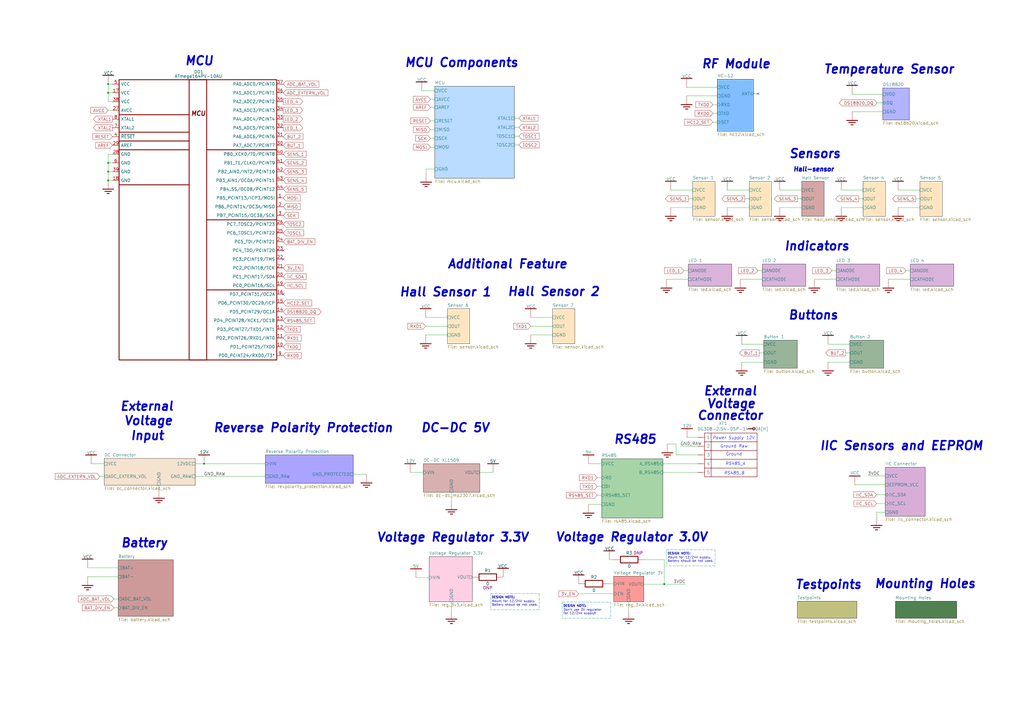
<source format=kicad_sch>
(kicad_sch (version 20211123) (generator eeschema)
  (paper "A2")
  (title_block (title "Remote Sensor") (date "2022-09-16") (comment 2 "Electrical Circuit"))
  (junction (at 385.318 338.836))
  (junction (at 62.738 104.648))
  (junction (at 62.738 94.488))
  (junction (at 62.738 48.768))
  (junction (at 62.738 99.568))
  (junction (at 118.364 268.986))
  (junction (at 62.738 53.848))
  (no_connect (at 164.338 145.288))
  (no_connect (at 164.338 150.368))
  (no_connect (at 164.338 170.688))
  (no_connect (at 439.674 54.356))
  (polyline (pts (xy 414.782 328.295) (xy 386.588 328.295)) (stroke (width 0) (color 0 132 132 1)))
  (wire (pts (xy 346.456 277.114) (xy 348.996 277.114)))
  (wire (pts (xy 356.108 324.612) (xy 353.441 324.612)))
  (wire (pts (xy 62.738 58.928) (xy 62.738 53.848)))
  (wire (pts (xy 341.376 292.608) (xy 348.996 292.608)))
  (wire (pts (xy 520.954 110.236) (xy 533.654 110.236)))
  (polyline (pts (xy 326.136 349.25) (xy 354.33 349.25)) (stroke (width 0) (color 0 132 132 1)))
  (wire (pts (xy 525.526 156.972) (xy 528.066 156.972)))
  (wire (pts (xy 252.222 57.658) (xy 249.682 57.658)))
  (wire (pts (xy 261.874 354.076) (xy 261.874 348.996)))
  (wire (pts (xy 261.874 290.576) (xy 261.874 285.496)))
  (wire (pts (xy 249.682 70.104) (xy 252.222 70.104)))
  (wire (pts (xy 432.054 115.316) (xy 434.594 115.316)))
  (wire (pts (xy 437.134 54.356) (xy 439.674 54.356)))
  (wire (pts (xy 118.364 268.986) (xy 153.924 268.986)))
  (wire (pts (xy 503.428 276.098) (xy 513.588 276.098)))
  (wire (pts (xy 341.376 268.986) (xy 348.996 268.986)))
  (wire (pts (xy 373.888 324.612) (xy 385.318 324.612)))
  (wire (pts (xy 392.176 263.906) (xy 404.876 263.906)))
  (polyline (pts (xy 312.801 344.297) (xy 312.801 353.695)) (stroke (width 0) (color 0 132 132 1)))
  (wire (pts (xy 62.738 94.488) (xy 65.278 94.488)))
  (wire (pts (xy 399.288 115.316) (xy 401.828 115.316)))
  (wire (pts (xy 413.512 70.866) (xy 416.052 70.866)))
  (wire (pts (xy 57.912 276.352) (xy 60.452 276.352)))
  (wire (pts (xy 389.128 110.236) (xy 401.828 110.236)))
  (wire (pts (xy 480.314 210.058) (xy 493.014 210.058)))
  (wire (pts (xy 508.508 292.1) (xy 513.588 292.1)))
  (wire (pts (xy 62.738 99.568) (xy 62.738 104.648)))
  (wire (pts (xy 246.888 184.15) (xy 259.588 184.15)))
  (wire (pts (xy 52.832 268.986) (xy 60.452 268.986)))
  (wire (pts (xy 508.508 297.18) (xy 508.508 299.72)))
  (wire (pts (xy 452.374 110.236) (xy 465.074 110.236)))
  (wire (pts (xy 249.682 85.344) (xy 252.222 85.344)))
  (wire (pts (xy 396.748 156.972) (xy 399.288 156.972)))
  (wire (pts (xy 244.602 52.578) (xy 252.222 52.578)))
  (wire (pts (xy 480.314 199.644) (xy 493.014 199.644)))
  (wire (pts (xy 241.3 335.026) (xy 248.92 335.026)))
  (wire (pts (xy 92.202 283.972) (xy 92.202 281.432)))
  (polyline (pts (xy 386.588 318.897) (xy 414.782 318.897)) (stroke (width 0) (color 0 132 132 1)))
  (wire (pts (xy 413.512 65.786) (xy 416.052 65.786)))
  (wire (pts (xy 62.738 89.408) (xy 62.738 94.488)))
  (wire (pts (xy 490.474 204.724) (xy 493.014 204.724)))
  (wire (pts (xy 384.556 268.986) (xy 404.876 268.986)))
  (wire (pts (xy 385.318 324.612) (xy 385.318 338.836)))
  (wire (pts (xy 307.848 194.31) (xy 320.548 194.31)))
  (wire (pts (xy 413.512 60.706) (xy 416.052 60.706)))
  (wire (pts (xy 62.738 53.848) (xy 62.738 48.768)))
  (wire (pts (xy 335.661 344.424) (xy 355.981 344.424)))
  (wire (pts (xy 498.094 115.316) (xy 500.634 115.316)))
  (wire (pts (xy 392.176 257.556) (xy 392.176 263.906)))
  (wire (pts (xy 452.374 120.396) (xy 465.074 120.396)))
  (wire (pts (xy 307.848 184.15) (xy 320.548 184.15)))
  (wire (pts (xy 62.738 94.488) (xy 62.738 99.568)))
  (wire (pts (xy 66.04 352.552) (xy 68.58 352.552)))
  (wire (pts (xy 398.272 50.546) (xy 416.052 50.546)))
  (wire (pts (xy 487.934 120.396) (xy 500.634 120.396)))
  (wire (pts (xy 298.45 78.994) (xy 300.99 78.994)))
  (wire (pts (xy 249.682 75.184) (xy 252.222 75.184)))
  (wire (pts (xy 389.128 120.396) (xy 401.828 120.396)))
  (polyline (pts (xy 284.607 344.297) (xy 312.801 344.297)) (stroke (width 0) (color 0 132 132 1)))
  (wire (pts (xy 249.682 80.264) (xy 252.222 80.264)))
  (wire (pts (xy 421.894 120.396) (xy 434.594 120.396)))
  (wire (pts (xy 298.45 68.58) (xy 300.99 68.58)))
  (wire (pts (xy 398.526 253.746) (xy 404.876 253.746)))
  (wire (pts (xy 50.8 329.438) (xy 68.58 329.438)))
  (wire (pts (xy 237.998 274.066) (xy 245.618 274.066)))
  (wire (pts (xy 487.934 110.236) (xy 500.634 110.236)))
  (wire (pts (xy 66.04 347.472) (xy 68.58 347.472)))
  (wire (pts (xy 494.284 54.61) (xy 512.064 54.61)))
  (wire (pts (xy 65.278 64.008) (xy 62.738 64.008)))
  (wire (pts (xy 398.272 55.626) (xy 416.052 55.626)))
  (wire (pts (xy 482.6 156.972) (xy 485.14 156.972)))
  (wire (pts (xy 62.738 99.568) (xy 65.278 99.568)))
  (wire (pts (xy 430.276 210.058) (xy 442.976 210.058)))
  (wire (pts (xy 62.738 48.768) (xy 65.278 48.768)))
  (wire (pts (xy 495.808 281.178) (xy 513.588 281.178)))
  (wire (pts (xy 62.738 89.408) (xy 65.278 89.408)))
  (wire (pts (xy 62.738 58.928) (xy 65.278 58.928)))
  (polyline (pts (xy 386.588 318.897) (xy 386.588 328.295)) (stroke (width 0) (color 0 132 132 1)))
  (polyline (pts (xy 312.801 353.695) (xy 284.607 353.695)) (stroke (width 0) (color 0 132 132 1)))
  (wire (pts (xy 533.654 115.316) (xy 531.114 115.316)))
  (wire (pts (xy 346.456 287.274) (xy 348.996 287.274)))
  (polyline (pts (xy 326.136 349.25) (xy 326.136 358.648)) (stroke (width 0) (color 0 132 132 1)))
  (wire (pts (xy 246.888 194.31) (xy 259.588 194.31)))
  (wire (pts (xy 278.384 274.066) (xy 286.004 274.066)))
  (wire (pts (xy 384.556 274.066) (xy 404.876 274.066)))
  (wire (pts (xy 204.978 275.082) (xy 212.598 275.082)))
  (wire (pts (xy 462.534 115.316) (xy 465.074 115.316)))
  (wire (pts (xy 346.456 282.194) (xy 348.996 282.194)))
  (wire (pts (xy 364.617 354.076) (xy 364.617 348.996)))
  (wire (pts (xy 113.284 268.986) (xy 118.364 268.986)))
  (wire (pts (xy 113.284 276.352) (xy 153.924 276.352)))
  (polyline (pts (xy 354.33 358.648) (xy 326.136 358.648)) (stroke (width 0) (color 0 132 132 1)))
  (wire (pts (xy 247.142 98.044) (xy 252.222 98.044)))
  (wire (pts (xy 50.8 334.518) (xy 68.58 334.518)))
  (wire (pts (xy 439.674 156.972) (xy 442.214 156.972)))
  (polyline (pts (xy 284.607 344.297) (xy 284.607 353.695)) (stroke (width 0) (color 0 132 132 1)))
  (wire (pts (xy 520.954 120.396) (xy 533.654 120.396)))
  (wire (pts (xy 508.762 59.69) (xy 512.064 59.69)))
  (wire (pts (xy 62.738 53.848) (xy 65.278 53.848)))
  (wire (pts (xy 513.588 297.18) (xy 508.508 297.18)))
  (wire (pts (xy 373.507 338.836) (xy 385.318 338.836)))
  (polyline (pts (xy 414.782 318.897) (xy 414.782 328.295)) (stroke (width 0) (color 0 132 132 1)))
  (wire (pts (xy 394.716 258.826) (xy 404.876 258.826)))
  (wire (pts (xy 385.318 338.836) (xy 397.637 338.836)))
  (wire (pts (xy 249.682 62.23) (xy 252.222 62.23)))
  (wire (pts (xy 494.284 64.77) (xy 512.064 64.77)))
  (wire (pts (xy 387.096 257.556) (xy 392.176 257.556)))
  (wire (pts (xy 472.44 162.052) (xy 485.14 162.052)))
  (wire (pts (xy 440.436 204.724) (xy 442.976 204.724)))
  (wire (pts (xy 353.441 338.582) (xy 355.981 338.582)))
  (wire (pts (xy 307.848 189.23) (xy 320.548 189.23)))
  (wire (pts (xy 298.45 73.914) (xy 300.99 73.914)))
  (wire (pts (xy 421.894 110.236) (xy 434.594 110.236)))
  (wire (pts (xy 515.366 162.052) (xy 528.066 162.052)))
  (wire (pts (xy 246.888 189.23) (xy 259.588 189.23)))
  (wire (pts (xy 62.738 104.648) (xy 65.278 104.648)))
  (wire (pts (xy 247.142 100.584) (xy 247.142 98.044)))
  (polyline (pts (xy 354.33 349.25) (xy 354.33 358.648)) (stroke (width 0) (color 0 132 132 1)))
  (wire (pts (xy 386.588 162.052) (xy 399.288 162.052)))
  (wire (pts (xy 429.514 162.052) (xy 442.214 162.052)))
  (wire (pts (xy 298.45 84.074) (xy 300.99 84.074)))
  (wire (pts (xy 430.276 199.644) (xy 442.976 199.644)))
  (wire (pts (xy 508.508 287.02) (xy 513.588 287.02)))
  (text "MCU Components" (at 234.442 39.37 0) (effects (font (size 5.0038 5.0038) (thickness 1.0008) bold italic) (justify left bottom)))
  (text "External" (at 69.342 238.76 0) (effects (font (size 5.0038 5.0038) (thickness 1.0008) bold italic) (justify left bottom)))
  (text "External" (at 407.797 229.87 0) (effects (font (size 5.0038 5.0038) (thickness 1.0008) bold italic) (justify left bottom)))
  (text "Don't use 3V regulator\nfor 12/24V supply!" (at 326.771 356.616 0) (effects (font (size 1.27 1.27)) (justify left bottom)))
  (text "Connector" (at 404.114 244.094 0) (effects (font (size 5.0038 5.0038) (thickness 1.0008) bold italic) (justify left bottom)))
  (text "Voltage Regulator 3.0V" (at 321.9449 314.579 0) (effects (font (size 5.0038 5.0038) (thickness 1.0008) bold italic) (justify left bottom)))
  (text "DESIGN NOTE:" (at 326.644 352.298 0) (effects (font (size 1.27 1.27) (thickness 0.254) bold) (justify left bottom)))
  (text "Hall Sensor 1" (at 231.394 172.466 0) (effects (font (size 5.0038 5.0038) (thickness 1.0008) bold italic) (justify left bottom)))
  (text "Voltage" (at 409.702 237.236 0) (effects (font (size 5.0038 5.0038) (thickness 1.0008) bold italic) (justify left bottom)))
  (text "Voltage Regulator 3.3V" (at 218.186 314.706 0) (effects (font (size 5.0038 5.0038) (thickness 1.0008) bold italic) (justify left bottom)))
  (text "RS485_A" (at 420.751 270.129 0) (effects (font (size 1.778 1.778) italic) (justify left bottom)))
  (text "DC-DC 5V" (at 243.84 251.206 0) (effects (font (size 5.0038 5.0038) (thickness 1.0008) bold italic) (justify left bottom)))
  (text "Hall Sensor 2" (at 294.132 172.212 0) (effects (font (size 5.0038 5.0038) (thickness 1.0008) bold italic) (justify left bottom)))
  (text "DESIGN NOTE:" (at 285.115 347.345 0) (effects (font (size 1.27 1.27) (thickness 0.254) bold) (justify left bottom)))
  (text "Mounting Holes" (at 506.984 341.63 0) (effects (font (size 5 5) (thickness 1.0008) bold italic) (justify left bottom)))
  (text "Indicators" (at 454.66 145.796 0) (effects (font (size 5 5) (thickness 1.0008) bold italic) (justify left bottom)))
  (text "RS485" (at 355.727 257.937 0) (effects (font (size 5.0038 5.0038) (thickness 1.0008) bold italic) (justify left bottom)))
  (text "Additional Feature" (at 259.334 156.21 0) (effects (font (size 5.0038 5.0038) (thickness 1.0008) bold italic) (justify left bottom)))
  (text "Testpoints" (at 461.01 342.138 0) (effects (font (size 5.0038 5.0038) (thickness 1.0008) bold italic) (justify left bottom)))
  (text "Battery" (at 69.85 318.008 0) (effects (font (size 5 5) (thickness 1.0008) bold italic) (justify left bottom)))
  (text "Voltage" (at 71.628 247.142 0) (effects (font (size 5.0038 5.0038) (thickness 1.0008) bold italic) (justify left bottom)))
  (text "Input" (at 75.438 255.778 0) (effects (font (size 5.0038 5.0038) (thickness 1.0008) bold italic) (justify left bottom)))
  (text "IIC Sensors and EEPROM" (at 475.234 261.62 0) (effects (font (size 5.0038 5.0038) (thickness 1.0008) bold italic) (justify left bottom)))
  (text "Hall-sensor" (at 459.994 99.822 0) (effects (font (size 2.54 2.54) (thickness 1.0008) bold italic) (justify left bottom)))
  (text "Reverse Polarity Protection" (at 123.444 251.206 0) (effects (font (size 5.0038 5.0038) (thickness 1.0008) bold italic) (justify left bottom)))
  (text "DESIGN NOTE:" (at 387.096 321.945 0) (effects (font (size 1.27 1.27) (thickness 0.254) bold) (justify left bottom)))
  (text "Mount for 12/24V supply.\nBattery shoud be not used." (at 285.242 351.663 0) (effects (font (size 1.27 1.27)) (justify left bottom)))
  (text "Temperature Sensor" (at 477.52 43.18 0) (effects (font (size 5.0038 5.0038) (thickness 1.0008) bold italic) (justify left bottom)))
  (text "RF Module" (at 406.654 40.132 0) (effects (font (size 5.0038 5.0038) (thickness 1.0008) bold italic) (justify left bottom)))
  (text "Mount for 12/24V supply.\nBattery shoud be not used." (at 387.223 326.263 0) (effects (font (size 1.27 1.27)) (justify left bottom)))
  (text "MCU" (at 106.934 38.354 0) (effects (font (size 5.0038 5.0038) (thickness 1.0008) bold italic) (justify left bottom)))
  (text "RS485_B" (at 419.989 275.59 0) (effects (font (size 1.778 1.778) italic) (justify left bottom)))
  (text "Ground" (at 421.005 264.541 0) (effects (font (size 1.778 1.778) italic) (justify left bottom)))
  (text "Ground Raw" (at 417.703 259.969 0) (effects (font (size 1.778 1.778) italic) (justify left bottom)))
  (text "Power Supply 12V" (at 413.258 255.143 0) (effects (font (size 1.778 1.778) italic) (justify left bottom)))
  (text "Buttons" (at 456.9671 185.8439 0) (effects (font (size 5 5) (thickness 1.0008) bold italic) (justify left bottom)))
  (text "Sensors" (at 457.454 92.202 0) (effects (font (size 5.0038 5.0038) (thickness 1.0008) bold italic) (justify left bottom)))
  (label "3VDC" (at 503.428 276.098 0) (effects (font (size 1.778 1.778))))
  (label "GND_RAW" (at 394.716 258.826 0) (effects (font (size 1.778 1.778))))
  (label "GND_RAW" (at 118.364 276.352 0) (effects (font (size 1.778 1.778))))
  (label "3VDC" (at 397.637 338.836 180) (effects (font (size 1.778 1.778))))
  (global_label "HC12_SET" (shape input) (at 413.512 70.866 180) (effects (font (size 1.778 1.778))) (property "Intersheet References" "${INTERSHEET_REFS}" (effects hide)))
  (global_label "TXD1" (shape input) (at 346.456 282.194 180) (effects (font (size 1.778 1.778))) (property "Intersheet References" "${INTERSHEET_REFS}" (effects hide)))
  (global_label "RESET" (shape input) (at 249.682 70.104 180) (effects (font (size 1.778 1.778))) (property "Intersheet References" "${INTERSHEET_REFS}" (effects hide)))
  (global_label "ADC_BAT_VOL" (shape input) (at 164.338 48.768 0) (effects (font (size 1.778 1.778))) (property "Intersheet References" "${INTERSHEET_REFS}" (effects hide)))
  (global_label "HC12_SET" (shape input) (at 164.338 175.768 0) (effects (font (size 1.778 1.778))) (property "Intersheet References" "${INTERSHEET_REFS}" (effects hide)))
  (global_label "RS485_SET" (shape input) (at 346.456 287.274 180) (effects (font (size 1.778 1.778))) (property "Intersheet References" "${INTERSHEET_REFS}" (effects hide)))
  (global_label "XTAL2" (shape input) (at 300.99 73.914 0) (effects (font (size 1.778 1.778))) (property "Intersheet References" "${INTERSHEET_REFS}" (effects hide)))
  (global_label "LED_4" (shape input) (at 525.526 156.972 180) (effects (font (size 1.778 1.778))) (property "Intersheet References" "${INTERSHEET_REFS}" (effects hide)))
  (global_label "BAT_DIV_EN" (shape input) (at 164.338 140.208 0) (effects (font (size 1.778 1.778))) (property "Intersheet References" "${INTERSHEET_REFS}" (effects hide)))
  (global_label "ADC_EXTERN_VOL" (shape input) (at 57.912 276.352 180) (effects (font (size 1.778 1.778))) (property "Intersheet References" "${INTERSHEET_REFS}" (effects hide)))
  (global_label "XTAL1" (shape input) (at 300.99 68.58 0) (effects (font (size 1.778 1.778))) (property "Intersheet References" "${INTERSHEET_REFS}" (effects hide)))
  (global_label "IIC_SDA" (shape input) (at 164.338 160.528 0) (effects (font (size 1.778 1.778))) (property "Intersheet References" "${INTERSHEET_REFS}" (effects hide)))
  (global_label "LED_4" (shape output) (at 164.338 58.928 0) (effects (font (size 1.778 1.778))) (property "Intersheet References" "${INTERSHEET_REFS}" (effects hide)))
  (global_label "AREF" (shape input) (at 65.278 84.328 180) (effects (font (size 1.778 1.778))) (property "Intersheet References" "${INTERSHEET_REFS}" (effects hide)))
  (global_label "BUT_2" (shape input) (at 164.338 79.248 0) (effects (font (size 1.778 1.778))) (property "Intersheet References" "${INTERSHEET_REFS}" (effects hide)))
  (global_label "LED_1" (shape input) (at 396.748 156.972 180) (effects (font (size 1.778 1.778))) (property "Intersheet References" "${INTERSHEET_REFS}" (effects hide)))
  (global_label "IIC_SCL" (shape input) (at 164.338 165.608 0) (effects (font (size 1.778 1.778))) (property "Intersheet References" "${INTERSHEET_REFS}" (effects hide)))
  (global_label "MISO" (shape input) (at 164.338 119.888 0) (effects (font (size 1.778 1.778))) (property "Intersheet References" "${INTERSHEET_REFS}" (effects hide)))
  (global_label "AREF" (shape input) (at 249.682 62.23 180) (effects (font (size 1.778 1.778))) (property "Intersheet References" "${INTERSHEET_REFS}" (effects hide)))
  (global_label "RXD1" (shape input) (at 164.338 196.088 0) (effects (font (size 1.778 1.778))) (property "Intersheet References" "${INTERSHEET_REFS}" (effects hide)))
  (global_label "SCK" (shape input) (at 164.338 124.968 0) (effects (font (size 1.778 1.778))) (property "Intersheet References" "${INTERSHEET_REFS}" (effects hide)))
  (global_label "TXD1" (shape input) (at 307.848 189.23 180) (effects (font (size 1.778 1.778))) (property "Intersheet References" "${INTERSHEET_REFS}" (effects hide)))
  (global_label "LED_1" (shape output) (at 164.338 74.168 0) (effects (font (size 1.778 1.778))) (property "Intersheet References" "${INTERSHEET_REFS}" (effects hide)))
  (global_label "SENS_3" (shape input) (at 164.338 99.568 0) (effects (font (size 1.778 1.778))) (property "Intersheet References" "${INTERSHEET_REFS}" (effects hide)))
  (global_label "RXD0" (shape input) (at 164.338 206.248 0) (effects (font (size 1.778 1.778))) (property "Intersheet References" "${INTERSHEET_REFS}" (effects hide)))
  (global_label "SENS_2" (shape input) (at 164.338 94.488 0) (effects (font (size 1.778 1.778))) (property "Intersheet References" "${INTERSHEET_REFS}" (effects hide)))
  (global_label "ADC_EXTERN_VOL" (shape input) (at 164.338 53.848 0) (effects (font (size 1.778 1.778))) (property "Intersheet References" "${INTERSHEET_REFS}" (effects hide)))
  (global_label "DS18B20_DQ" (shape bidirectional) (at 508.762 59.69 180) (effects (font (size 1.778 1.778))) (property "Intersheet References" "${INTERSHEET_REFS}" (effects hide)))
  (global_label "3V_EN" (shape input) (at 335.661 344.424 180) (effects (font (size 1.778 1.778))) (property "Intersheet References" "${INTERSHEET_REFS}" (effects hide)))
  (global_label "AVCC" (shape input) (at 249.682 57.658 180) (effects (font (size 1.778 1.778))) (property "Intersheet References" "${INTERSHEET_REFS}" (effects hide)))
  (global_label "SENS_1" (shape output) (at 399.288 115.316 180) (effects (font (size 1.778 1.778))) (property "Intersheet References" "${INTERSHEET_REFS}" (effects hide)))
  (global_label "SENS_2" (shape output) (at 432.054 115.316 180) (effects (font (size 1.778 1.778))) (property "Intersheet References" "${INTERSHEET_REFS}" (effects hide)))
  (global_label "BUT_1" (shape input) (at 164.338 84.328 0) (effects (font (size 1.778 1.778))) (property "Intersheet References" "${INTERSHEET_REFS}" (effects hide)))
  (global_label "RESET" (shape input) (at 65.278 79.248 180) (effects (font (size 1.778 1.778))) (property "Intersheet References" "${INTERSHEET_REFS}" (effects hide)))
  (global_label "BUT_1" (shape output) (at 440.436 204.724 180) (effects (font (size 1.778 1.778))) (property "Intersheet References" "${INTERSHEET_REFS}" (effects hide)))
  (global_label "AVCC" (shape input) (at 62.738 64.008 180) (effects (font (size 1.778 1.778))) (property "Intersheet References" "${INTERSHEET_REFS}" (effects hide)))
  (global_label "RXD1" (shape input) (at 346.456 277.114 180) (effects (font (size 1.778 1.778))) (property "Intersheet References" "${INTERSHEET_REFS}" (effects hide)))
  (global_label "SENS_1" (shape input) (at 164.338 89.408 0) (effects (font (size 1.778 1.778))) (property "Intersheet References" "${INTERSHEET_REFS}" (effects hide)))
  (global_label "MOSI" (shape input) (at 249.682 85.344 180) (effects (font (size 1.778 1.778))) (property "Intersheet References" "${INTERSHEET_REFS}" (effects hide)))
  (global_label "IIC_SDA" (shape input) (at 508.508 287.02 180) (effects (font (size 1.778 1.778))) (property "Intersheet References" "${INTERSHEET_REFS}" (effects hide)))
  (global_label "SENS_5" (shape input) (at 164.338 109.728 0) (effects (font (size 1.778 1.778))) (property "Intersheet References" "${INTERSHEET_REFS}" (effects hide)))
  (global_label "RXD1" (shape input) (at 246.888 189.23 180) (effects (font (size 1.778 1.778))) (property "Intersheet References" "${INTERSHEET_REFS}" (effects hide)))
  (global_label "TXD1" (shape input) (at 164.338 191.008 0) (effects (font (size 1.778 1.778))) (property "Intersheet References" "${INTERSHEET_REFS}" (effects hide)))
  (global_label "DS18B20_DQ" (shape bidirectional) (at 164.338 180.848 0) (effects (font (size 1.778 1.778))) (property "Intersheet References" "${INTERSHEET_REFS}" (effects hide)))
  (global_label "TOSC2" (shape input) (at 300.99 84.074 0) (effects (font (size 1.778 1.778))) (property "Intersheet References" "${INTERSHEET_REFS}" (effects hide)))
  (global_label "LED_3" (shape input) (at 482.6 156.972 180) (effects (font (size 1.778 1.778))) (property "Intersheet References" "${INTERSHEET_REFS}" (effects hide)))
  (global_label "IIC_SCL" (shape input) (at 508.508 292.1 180) (effects (font (size 1.778 1.778))) (property "Intersheet References" "${INTERSHEET_REFS}" (effects hide)))
  (global_label "SENS_3" (shape output) (at 462.534 115.316 180) (effects (font (size 1.778 1.778))) (property "Intersheet References" "${INTERSHEET_REFS}" (effects hide)))
  (global_label "TOSC1" (shape input) (at 164.338 135.128 0) (effects (font (size 1.778 1.778))) (property "Intersheet References" "${INTERSHEET_REFS}" (effects hide)))
  (global_label "TOSC2" (shape input) (at 164.338 130.048 0) (effects (font (size 1.778 1.778))) (property "Intersheet References" "${INTERSHEET_REFS}" (effects hide)))
  (global_label "TXD0" (shape input) (at 413.512 60.706 180) (effects (font (size 1.778 1.778))) (property "Intersheet References" "${INTERSHEET_REFS}" (effects hide)))
  (global_label "XTAL2" (shape output) (at 65.278 74.168 180) (effects (font (size 1.778 1.778))) (property "Intersheet References" "${INTERSHEET_REFS}" (effects hide)))
  (global_label "MISO" (shape input) (at 249.682 75.184 180) (effects (font (size 1.778 1.778))) (property "Intersheet References" "${INTERSHEET_REFS}" (effects hide)))
  (global_label "ADC_BAT_VOL" (shape input) (at 66.04 347.472 180) (effects (font (size 1.778 1.778))) (property "Intersheet References" "${INTERSHEET_REFS}" (effects hide)))
  (global_label "SENS_5" (shape output) (at 531.114 115.316 180) (effects (font (size 1.778 1.778))) (property "Intersheet References" "${INTERSHEET_REFS}" (effects hide)))
  (global_label "BAT_DIV_EN" (shape input) (at 66.04 352.552 180) (effects (font (size 1.778 1.778))) (property "Intersheet References" "${INTERSHEET_REFS}" (effects hide)))
  (global_label "XTAL1" (shape output) (at 65.278 69.088 180) (effects (font (size 1.778 1.778))) (property "Intersheet References" "${INTERSHEET_REFS}" (effects hide)))
  (global_label "TOSC1" (shape input) (at 300.99 78.994 0) (effects (font (size 1.778 1.778))) (property "Intersheet References" "${INTERSHEET_REFS}" (effects hide)))
  (global_label "SCK" (shape input) (at 249.682 80.264 180) (effects (font (size 1.778 1.778))) (property "Intersheet References" "${INTERSHEET_REFS}" (effects hide)))
  (global_label "BUT_2" (shape output) (at 490.474 204.724 180) (effects (font (size 1.778 1.778))) (property "Intersheet References" "${INTERSHEET_REFS}" (effects hide)))
  (global_label "LED_2" (shape input) (at 439.674 156.972 180) (effects (font (size 1.778 1.778))) (property "Intersheet References" "${INTERSHEET_REFS}" (effects hide)))
  (global_label "RXD0" (shape input) (at 413.512 65.786 180) (effects (font (size 1.778 1.778))) (property "Intersheet References" "${INTERSHEET_REFS}" (effects hide)))
  (global_label "LED_2" (shape output) (at 164.338 69.088 0) (effects (font (size 1.778 1.778))) (property "Intersheet References" "${INTERSHEET_REFS}" (effects hide)))
  (global_label "SENS_4" (shape output) (at 498.094 115.316 180) (effects (font (size 1.778 1.778))) (property "Intersheet References" "${INTERSHEET_REFS}" (effects hide)))
  (global_label "LED_3" (shape output) (at 164.338 64.008 0) (effects (font (size 1.778 1.778))) (property "Intersheet References" "${INTERSHEET_REFS}" (effects hide)))
  (global_label "SENS_4" (shape input) (at 164.338 104.648 0) (effects (font (size 1.778 1.778))) (property "Intersheet References" "${INTERSHEET_REFS}" (effects hide)))
  (global_label "RS485_SET" (shape input) (at 164.338 185.928 0) (effects (font (size 1.778 1.778))) (property "Intersheet References" "${INTERSHEET_REFS}" (effects hide)))
  (global_label "3V_EN" (shape input) (at 164.338 155.448 0) (effects (font (size 1.778 1.778))) (property "Intersheet References" "${INTERSHEET_REFS}" (effects hide)))
  (global_label "TXD0" (shape input) (at 164.338 201.168 0) (effects (font (size 1.778 1.778))) (property "Intersheet References" "${INTERSHEET_REFS}" (effects hide)))
  (global_label "MOSI" (shape input) (at 164.338 114.808 0) (effects (font (size 1.778 1.778))) (property "Intersheet References" "${INTERSHEET_REFS}" (effects hide)))
  (symbol (lib_id "Power:GROUND") (at 50.8 339.598 0) (unit 1)
    (property "Reference" "#PWR02" (effects hide))
    (property "Value" "GROUND" (effects hide))
  )
  (symbol (lib_id "Power:GROUND") (at 92.202 289.052 0) (unit 1)
    (property "Reference" "#PWR04" (effects hide))
    (property "Value" "GROUND" (effects hide))
  )
  (symbol (lib_id "Connectors:XT_CONTACT_ARR5") (at 422.656 261.366 0) (unit 1)
    (property "Reference" "XT1" (at 416.814 245.618 0) (effects (font (size 1.778 1.778)) (justify left)))
    (property "Value" "DG308-2.54-05P-14-00A[H]" (at 404.368 248.793 0) (effects (font (size 1.778 1.778)) (justify left)))
    (property "Footprint" "TerminalBlock_Phoenix:TerminalBlock_DG308-2.54-05P-14-00A(H)" (effects hide))
  )
  (symbol (lib_id "Power:GROUND") (at 494.284 69.85 0) (unit 1)
    (property "Reference" "#PWR026" (effects hide))
    (property "Value" "GROUND" (effects hide))
  )
  (symbol (lib_id "Power:POWER") (at 286.004 274.066 0) (unit 1)
    (property "Reference" "#PWR011" (effects hide))
    (property "Value" "POWER" (effects hide))
  )
  (symbol (lib_id "Power:VCC") (at 430.276 194.564 0) (unit 1) (in_bom no) (on_board no)
    (property "Reference" "#U016" (effects hide))
    (property "Value" "VCC" (at 427.736 193.294 0) (effects (font (size 1.778 1.778)) (justify left)))
  )
  (symbol (lib_id "Power:VCC") (at 353.441 319.532 0) (unit 1) (in_bom no) (on_board no)
    (property "Reference" "#U012" (effects hide))
    (property "Value" "VCC" (at 350.901 318.262 0) (effects (font (size 1.778 1.778)) (justify left)))
  )
  (symbol (lib_id "Power:GROUND") (at 307.848 199.39 0) (unit 1)
    (property "Reference" "#PWR012" (effects hide))
    (property "Value" "GROUND" (effects hide))
  )
  (symbol (lib_id "Power:VCC") (at 520.954 105.156 0) (unit 1) (in_bom no) (on_board no)
    (property "Reference" "#U022" (effects hide))
    (property "Value" "VCC" (at 518.414 103.886 0) (effects (font (size 1.778 1.778)) (justify left)))
  )
  (symbol (lib_id "Power:VCC") (at 244.602 47.498 0) (unit 1) (in_bom no) (on_board no)
    (property "Reference" "#U05" (effects hide))
    (property "Value" "VCC" (at 242.062 46.228 0) (effects (font (size 1.778 1.778)) (justify left)))
  )
  (symbol (lib_id "Power:VCC") (at 480.314 194.564 0) (unit 1) (in_bom no) (on_board no)
    (property "Reference" "#U018" (effects hide))
    (property "Value" "VCC" (at 477.774 193.294 0) (effects (font (size 1.778 1.778)) (justify left)))
  )
  (symbol (lib_id "Power:5V") (at 286.004 268.986 0) (unit 1) (in_bom no) (on_board no)
    (property "Reference" "#U07" (effects hide))
    (property "Value" "5V" (at 284.226 267.462 0) (effects (font (size 1.778 1.778)) (justify left)))
  )
  (symbol (lib_id "Power:GROUND") (at 212.598 280.162 0) (unit 1)
    (property "Reference" "#PWR06" (effects hide))
    (property "Value" "GROUND" (effects hide))
  )
  (symbol (lib_id "Power:GROUND") (at 421.894 125.476 0) (unit 1)
    (property "Reference" "#PWR019" (effects hide))
    (property "Value" "GROUND" (effects hide))
  )
  (symbol (lib_id "Power:VCC") (at 50.8 324.358 0) (unit 1) (in_bom no) (on_board no)
    (property "Reference" "#U01" (effects hide))
    (property "Value" "VCC" (at 48.26 323.088 0) (effects (font (size 1.778 1.778)) (justify left)))
  )
  (symbol (lib_id "Power:VCC") (at 307.848 179.07 0) (unit 1) (in_bom no) (on_board no)
    (property "Reference" "#U09" (effects hide))
    (property "Value" "VCC" (at 305.308 177.8 0) (effects (font (size 1.778 1.778)) (justify left)))
  )
  (symbol (lib_id "Power:VCC") (at 52.832 263.906 0) (unit 1) (in_bom no) (on_board no)
    (property "Reference" "#U02" (effects hide))
    (property "Value" "VCC" (at 50.292 262.636 0) (effects (font (size 1.778 1.778)) (justify left)))
  )
  (symbol (lib_id "Power:GROUND") (at 515.366 167.132 0) (unit 1)
    (property "Reference" "#PWR028" (effects hide))
    (property "Value" "GROUND" (effects hide))
  )
  (symbol (lib_id "Power:VCC") (at 335.661 333.502 0) (unit 1) (in_bom no) (on_board no)
    (property "Reference" "#U010" (effects hide))
    (property "Value" "VCC" (at 333.121 332.232 0) (effects (font (size 1.778 1.778)) (justify left)))
  )
  (symbol (lib_id "Power:GROUND") (at 62.738 109.728 0) (unit 1)
    (property "Reference" "#PWR03" (effects hide))
    (property "Value" "GROUND" (effects hide))
  )
  (symbol (lib_id "Power:GROUND") (at 430.276 215.138 0) (unit 1)
    (property "Reference" "#PWR021" (effects hide))
    (property "Value" "GROUND" (effects hide))
  )
  (symbol (lib_id "Power:GROUND") (at 472.44 167.132 0) (unit 1)
    (property "Reference" "#PWR023" (effects hide))
    (property "Value" "GROUND" (effects hide))
  )
  (symbol (lib_id "Power:VCC") (at 246.888 179.07 0) (unit 1) (in_bom no) (on_board no)
    (property "Reference" "#U06" (effects hide))
    (property "Value" "VCC" (at 244.348 177.8 0) (effects (font (size 1.778 1.778)) (justify left)))
  )
  (symbol (lib_id "Power:GROUND") (at 261.874 295.656 0) (unit 1)
    (property "Reference" "#PWR09" (effects hide))
    (property "Value" "GROUND" (effects hide))
  )
  (symbol (lib_id "Microcontrollers:ATmega164P") (at 69.088 46.228 0) (unit 1)
    (property "Reference" "DD1" (at 115.316 41.656 0) (effects (font (size 1.778 1.778))))
    (property "Value" "ATmega164PV-10AU" (at 115.062 44.196 0) (effects (font (size 1.778 1.778))))
    (property "Footprint" "Package_QFP:TQFP-44_10x10mm_P0.8mm" (effects hide))
    (property "Datasheet" "http://ww1.microchip.com/downloads/en/DeviceDoc/Atmel-8272-8-bit-AVR-microcontroller-ATmega164A_PA-324A_PA-644A_PA-1284_P_datasheet.pdf" (effects hide))
  )
  (symbol (lib_id "Power:VCC") (at 291.846 329.692 0) (mirror y) (unit 1) (in_bom no) (on_board no)
    (property "Reference" "#U08" (effects hide))
    (property "Value" "VCC" (at 294.386 328.422 0) (effects (font (size 1.778 1.778)) (justify left)))
  )
  (symbol (lib_id "Power:POWER") (at 50.8 329.438 0) (unit 1)
    (property "Reference" "#PWR01" (effects hide))
    (property "Value" "POWER" (effects hide))
  )
  (symbol (lib_id "Power:POWER") (at 118.364 268.986 0) (unit 1)
    (property "Reference" "#PWR05" (effects hide))
    (property "Value" "POWER" (effects hide))
  )
  (symbol (lib_id "Power:12V") (at 237.998 268.986 0) (unit 1)
    (property "Reference" "U2" (effects hide))
    (property "Value" "12V" (at 235.4665 267.3003 0) (effects (font (size 1.778 1.778)) (justify left)))
  )
  (symbol (lib_id "Power:12V") (at 118.364 263.906 0) (unit 1)
    (property "Reference" "U1" (effects hide))
    (property "Value" "12V" (at 115.8325 262.2203 0) (effects (font (size 1.778 1.778)) (justify left)))
  )
  (symbol (lib_id "Power:GROUND") (at 341.376 297.688 0) (unit 1)
    (property "Reference" "#PWR013" (effects hide))
    (property "Value" "GROUND" (effects hide))
  )
  (symbol (lib_id "Resistors:R_RES") (at 282.956 334.772 0) (mirror y) (unit 1)
    (property "Reference" "R1" (at 282.956 330.962 0) (effects (font (size 1.778 1.778))))
    (property "Value" "0" (at 282.956 338.582 0) (effects (font (size 1.778 1.778))))
    (property "Footprint" "Resistor_SMD:R_0603_1608Metric" (effects hide))
    (property "Assembly" "DNP" (at 282.9561 340.9951 0) (effects (font (size 1.778 1.778))))
    (property "Case/Package" "0000" (effects hide))
    (property "Power" "mW" (effects hide))
    (property "Tolerance" "±%" (effects hide))
  )
  (symbol (lib_id "Power:VCC") (at 389.128 105.156 0) (unit 1) (in_bom no) (on_board no)
    (property "Reference" "#U013" (effects hide))
    (property "Value" "VCC" (at 386.588 103.886 0) (effects (font (size 1.778 1.778)) (justify left)))
  )
  (symbol (lib_id "Power:GROUND") (at 452.374 125.476 0) (unit 1)
    (property "Reference" "#PWR022" (effects hide))
    (property "Value" "GROUND" (effects hide))
  )
  (symbol (lib_id "Power:12V") (at 398.526 248.666 0) (unit 1)
    (property "Reference" "U3" (effects hide))
    (property "Value" "12V" (at 395.9945 246.9803 0) (effects (font (size 1.778 1.778)) (justify left)))
  )
  (symbol (lib_id "Power:GROUND") (at 364.617 359.156 0) (unit 1)
    (property "Reference" "#PWR014" (effects hide))
    (property "Value" "GROUND" (effects hide))
  )
  (symbol (lib_id "Power:GROUND") (at 508.508 304.8 0) (unit 1)
    (property "Reference" "#PWR027" (effects hide))
    (property "Value" "GROUND" (effects hide))
  )
  (symbol (lib_id "Power:5V") (at 241.3 329.946 0) (unit 1) (in_bom no) (on_board no)
    (property "Reference" "#U04" (effects hide))
    (property "Value" "5V" (at 239.522 328.422 0) (effects (font (size 1.778 1.778)) (justify left)))
  )
  (symbol (lib_id "Power:GROUND") (at 247.142 105.664 0) (unit 1)
    (property "Reference" "#PWR08" (effects hide))
    (property "Value" "GROUND" (effects hide))
  )
  (symbol (lib_id "Power:VCC") (at 487.934 105.156 0) (unit 1) (in_bom no) (on_board no)
    (property "Reference" "#U019" (effects hide))
    (property "Value" "VCC" (at 485.394 103.886 0) (effects (font (size 1.778 1.778)) (justify left)))
  )
  (symbol (lib_id "Power:VCC") (at 494.284 49.53 0) (unit 1) (in_bom no) (on_board no)
    (property "Reference" "#U020" (effects hide))
    (property "Value" "VCC" (at 491.744 48.26 0) (effects (font (size 1.778 1.778)) (justify left)))
  )
  (symbol (lib_id "Power:GROUND") (at 398.272 60.706 0) (unit 1)
    (property "Reference" "#PWR018" (effects hide))
    (property "Value" "GROUND" (effects hide))
  )
  (symbol (lib_id "Power:GROUND") (at 386.588 167.132 0) (unit 1)
    (property "Reference" "#PWR015" (effects hide))
    (property "Value" "GROUND" (effects hide))
  )
  (symbol (lib_id "Power:VCC") (at 62.738 43.688 0) (unit 1) (in_bom no) (on_board no)
    (property "Reference" "#U03" (effects hide))
    (property "Value" "VCC" (at 60.198 42.418 0) (effects (font (size 1.778 1.778)) (justify left)))
  )
  (symbol (lib_id "Power:GROUND") (at 487.934 125.476 0) (unit 1)
    (property "Reference" "#PWR025" (effects hide))
    (property "Value" "GROUND" (effects hide))
  )
  (symbol (lib_id "Power:GROUND") (at 387.096 262.636 0) (unit 1)
    (property "Reference" "#PWR016" (effects hide))
    (property "Value" "GROUND" (effects hide))
  )
  (symbol (lib_id "Power:VCC") (at 398.272 45.466 0) (unit 1) (in_bom no) (on_board no)
    (property "Reference" "#U014" (effects hide))
    (property "Value" "VCC" (at 395.732 44.196 0) (effects (font (size 1.778 1.778)) (justify left)))
  )
  (symbol (lib_id "Power:VCC") (at 495.808 276.098 0) (unit 1) (in_bom no) (on_board no)
    (property "Reference" "#U021" (effects hide))
    (property "Value" "VCC" (at 493.268 274.32 0) (effects (font (size 1.778 1.778)) (justify left)))
  )
  (symbol (lib_id "Power:GROUND") (at 246.888 199.39 0) (unit 1)
    (property "Reference" "#PWR07" (effects hide))
    (property "Value" "GROUND" (effects hide))
  )
  (symbol (lib_id "Resistors:R_RES") (at 364.998 324.612 0) (unit 1)
    (property "Reference" "R3" (at 364.998 320.802 0) (effects (font (size 1.778 1.778))))
    (property "Value" "0" (at 364.998 328.422 0) (effects (font (size 1.778 1.778))))
    (property "Footprint" "Resistor_SMD:R_0603_1608Metric" (effects hide))
    (property "Assembly" "DNP" (at 370.205 320.802 0) (effects (font (size 1.778 1.778))))
    (property "Case/Package" "0000" (effects hide))
    (property "Power" "mW" (effects hide))
    (property "Tolerance" "±%" (effects hide))
  )
  (symbol (lib_id "Power:GROUND") (at 429.514 167.132 0) (unit 1)
    (property "Reference" "#PWR020" (effects hide))
    (property "Value" "GROUND" (effects hide))
  )
  (symbol (lib_id "Power:GROUND") (at 261.874 359.156 0) (unit 1)
    (property "Reference" "#PWR010" (effects hide))
    (property "Value" "GROUND" (effects hide))
  )
  (symbol (lib_id "Power:GROUND") (at 389.128 125.476 0) (unit 1)
    (property "Reference" "#PWR017" (effects hide))
    (property "Value" "GROUND" (effects hide))
  )
  (symbol (lib_id "Power:VCC") (at 421.894 105.156 0) (unit 1) (in_bom no) (on_board no)
    (property "Reference" "#U015" (effects hide))
    (property "Value" "VCC" (at 419.354 103.886 0) (effects (font (size 1.778 1.778)) (justify left)))
  )
  (symbol (lib_id "Power:GROUND") (at 480.314 215.138 0) (unit 1)
    (property "Reference" "#PWR024" (effects hide))
    (property "Value" "GROUND" (effects hide))
  )
  (symbol (lib_id "Power:VCC") (at 452.374 105.156 0) (unit 1) (in_bom no) (on_board no)
    (property "Reference" "#U017" (effects hide))
    (property "Value" "VCC" (at 449.834 103.886 0) (effects (font (size 1.778 1.778)) (justify left)))
  )
  (symbol (lib_id "Power:5V") (at 341.376 263.906 0) (unit 1) (in_bom no) (on_board no)
    (property "Reference" "#U011" (effects hide))
    (property "Value" "5V" (at 339.598 262.382 0) (effects (font (size 1.778 1.778)) (justify left)))
  )
  (symbol (lib_id "Power:GROUND") (at 520.954 125.476 0) (unit 1)
    (property "Reference" "#PWR029" (effects hide))
    (property "Value" "GROUND" (effects hide))
  )
  (symbol (lib_id "Resistors:R_RES") (at 344.551 338.582 0) (unit 1)
    (property "Reference" "R2" (at 344.551 334.772 0) (effects (font (size 1.778 1.778))))
    (property "Value" "0" (at 344.551 342.392 0) (effects (font (size 1.778 1.778))))
    (property "Footprint" "Resistor_SMD:R_0603_1608Metric" (effects hide))
    (property "Case/Package" "0000" (effects hide))
    (property "Power" "mW" (effects hide))
    (property "Tolerance" "±%" (effects hide))
  )
  (sheet (at 401.828 105.156) (size 12.954 20.32) (stroke (width 0.1524) (color 0 0 0 1)) (fill (color 255 229 191 1.0000))
    (property "Sheet name" "Sensor 1" (at 401.828 104.1904 0) (effects (font (size 1.778 1.778)) (justify left bottom)))
    (property "Sheet file" "sensor.kicad_sch" (at 401.828 126.2638 0) (effects (font (size 1.778 1.778)) (justify left top)))
    (pin "GND" passive (at 401.828 120.396 180) (effects (font (size 1.778 1.778))))
    (pin "OUT" output (at 401.828 115.316 180) (effects (font (size 1.778 1.778))))
    (pin "VCC" passive (at 401.828 110.236 180) (effects (font (size 1.778 1.778))))
  )
  (sheet (at 513.588 271.018) (size 23.114 28.448) (stroke (width 0.1524) (color 0 0 0 1)) (fill (color 132 0 132 0.3200))
    (property "Sheet name" "IIC Connector" (at 513.588 270.0524 0) (effects (font (size 1.778 1.778)) (justify left bottom)))
    (property "Sheet file" "iic_connector.kicad_sch" (at 513.588 300.2538 0) (effects (font (size 1.778 1.778)) (justify left top)))
    (pin "IIC_SCL" input (at 513.588 292.1 180) (effects (font (size 1.778 1.778))))
    (pin "IIC_SDA" bidirectional (at 513.588 287.02 180) (effects (font (size 1.778 1.778))))
    (pin "VCC" passive (at 513.588 276.098 180) (effects (font (size 1.778 1.778))))
    (pin "GND" passive (at 513.588 297.18 180) (effects (font (size 1.778 1.778))))
    (pin "EEPROM_VCC" passive (at 513.588 281.178 180) (effects (font (size 1.778 1.778))))
  )
  (sheet (at 442.976 197.358) (size 19.558 16.256) (stroke (width 0.1524) (color 0 0 0 1)) (fill (color 0 72 0 0.4000))
    (property "Sheet name" "Button 1" (at 442.976 196.3924 0) (effects (font (size 1.778 1.778)) (justify left bottom)))
    (property "Sheet file" "button.kicad_sch" (at 442.976 214.4018 0) (effects (font (size 1.778 1.778)) (justify left top)))
    (pin "GND" passive (at 442.976 210.058 180) (effects (font (size 1.778 1.778))))
    (pin "OUT" output (at 442.976 204.724 180) (effects (font (size 1.778 1.778))))
    (pin "VCC" passive (at 442.976 199.644 180) (effects (font (size 1.778 1.778))))
  )
  (sheet (at 465.074 105.156) (size 12.954 20.32) (stroke (width 0.1524) (color 0 0 0 1)) (fill (color 132 0 0 0.3500))
    (property "Sheet name" "Hall Sensor" (at 465.074 104.1904 0) (effects (font (size 1.778 1.778)) (justify left bottom)))
    (property "Sheet file" "hall_sensor.kicad_sch" (at 465.074 126.2638 0) (effects (font (size 1.778 1.778)) (justify left top)))
    (pin "OUT" output (at 465.074 115.316 180) (effects (font (size 1.778 1.778))))
    (pin "VCC" passive (at 465.074 110.236 180) (effects (font (size 1.778 1.778))))
    (pin "GND" passive (at 465.074 120.396 180) (effects (font (size 1.778 1.778))))
  )
  (sheet (at 355.981 334.264) (size 17.526 14.732) (stroke (width 0.1524) (color 0 0 0 1)) (fill (color 255 0 0 0.4000))
    (property "Sheet name" "Voltage Regulator 3V" (at 355.981 333.2984 0) (effects (font (size 1.778 1.778)) (justify left bottom)))
    (property "Sheet file" "reg_3v.kicad_sch" (at 355.981 349.7838 0) (effects (font (size 1.778 1.778)) (justify left top)))
    (pin "VIN" input (at 355.981 338.582 180) (effects (font (size 1.778 1.778))))
    (pin "GND" passive (at 364.617 348.996 270) (effects (font (size 1.778 1.778))))
    (pin "EN" input (at 355.981 344.424 180) (effects (font (size 1.778 1.778))))
    (pin "VOUT" output (at 373.507 338.836 0) (effects (font (size 1.778 1.778))))
  )
  (sheet (at 512.064 51.054) (size 15.494 18.542) (stroke (width 0.1524) (color 0 0 0 1)) (fill (color 0 0 255 0.3000))
    (property "Sheet name" "DS18B20" (at 512.064 50.0884 0) (effects (font (size 1.778 1.778)) (justify left bottom)))
    (property "Sheet file" "ds18b20.kicad_sch" (at 512.064 70.3838 0) (effects (font (size 1.778 1.778)) (justify left top)))
    (pin "GND" passive (at 512.064 64.77 180) (effects (font (size 1.778 1.778))))
    (pin "DQ" bidirectional (at 512.064 59.69 180) (effects (font (size 1.778 1.778))))
    (pin "VDD" passive (at 512.064 54.61 180) (effects (font (size 1.778 1.778))))
  )
  (sheet (at 485.14 153.162) (size 25.146 12.954) (stroke (width 0.1524) (color 0 0 0 1)) (fill (color 132 0 132 0.3000))
    (property "Sheet name" "LED 3" (at 485.14 152.1964 0) (effects (font (size 1.778 1.778)) (justify left bottom)))
    (property "Sheet file" "led.kicad_sch" (at 485.14 166.9038 0) (effects (font (size 1.778 1.778)) (justify left top)))
    (pin "CATHODE" passive (at 485.14 162.052 180) (effects (font (size 1.778 1.778))))
    (pin "ANODE" passive (at 485.14 156.972 180) (effects (font (size 1.778 1.778))))
  )
  (sheet (at 399.288 153.162) (size 25.146 12.954) (stroke (width 0.1524) (color 0 0 0 1)) (fill (color 132 0 132 0.3000))
    (property "Sheet name" "LED 1" (at 399.288 152.1964 0) (effects (font (size 1.778 1.778)) (justify left bottom)))
    (property "Sheet file" "led.kicad_sch" (at 399.288 166.9038 0) (effects (font (size 1.778 1.778)) (justify left top)))
    (pin "CATHODE" passive (at 399.288 162.052 180) (effects (font (size 1.778 1.778))))
    (pin "ANODE" passive (at 399.288 156.972 180) (effects (font (size 1.778 1.778))))
  )
  (sheet (at 434.594 105.156) (size 12.954 20.32) (stroke (width 0.1524) (color 0 0 0 1)) (fill (color 255 229 191 1.0000))
    (property "Sheet name" "Sensor 2" (at 434.594 104.1904 0) (effects (font (size 1.778 1.778)) (justify left bottom)))
    (property "Sheet file" "sensor.kicad_sch" (at 434.594 126.2638 0) (effects (font (size 1.778 1.778)) (justify left top)))
    (pin "GND" passive (at 434.594 120.396 180) (effects (font (size 1.778 1.778))))
    (pin "OUT" output (at 434.594 115.316 180) (effects (font (size 1.778 1.778))))
    (pin "VCC" passive (at 434.594 110.236 180) (effects (font (size 1.778 1.778))))
  )
  (sheet (at 68.58 324.739) (size 32.004 32.766) (stroke (width 0.1524) (color 0 0 0 1)) (fill (color 132 0 0 0.4000))
    (property "Sheet name" "Battery" (at 68.58 323.7734 0) (effects (font (size 1.778 1.778)) (justify left bottom)))
    (property "Sheet file" "battery.kicad_sch" (at 68.58 358.4198 0) (effects (font (size 1.778 1.778)) (justify left top)))
    (pin "BAT+" passive (at 68.58 329.438 180) (effects (font (size 1.778 1.778))))
    (pin "BAT-" passive (at 68.58 334.518 180) (effects (font (size 1.778 1.778))))
    (pin "ADC_BAT_VOL" output (at 68.58 347.472 180) (effects (font (size 1.778 1.778))))
    (pin "BAT_DIV_EN" input (at 68.58 352.552 180) (effects (font (size 1.778 1.778))))
  )
  (sheet (at 259.588 179.07) (size 12.954 20.32) (stroke (width 0.1524) (color 0 0 0 1)) (fill (color 255 229 191 1.0000))
    (property "Sheet name" "Sensor 6" (at 259.588 178.1044 0) (effects (font (size 1.778 1.778)) (justify left bottom)))
    (property "Sheet file" "sensor.kicad_sch" (at 259.588 200.1778 0) (effects (font (size 1.778 1.778)) (justify left top)))
    (pin "GND" passive (at 259.588 194.31 180) (effects (font (size 1.778 1.778))))
    (pin "OUT" output (at 259.588 189.23 180) (effects (font (size 1.778 1.778))))
    (pin "VCC" passive (at 259.588 184.15 180) (effects (font (size 1.778 1.778))))
  )
  (sheet (at 442.214 153.162) (size 25.146 12.954) (stroke (width 0.1524) (color 0 0 0 1)) (fill (color 132 0 132 0.3000))
    (property "Sheet name" "LED 2" (at 442.214 152.1964 0) (effects (font (size 1.778 1.778)) (justify left bottom)))
    (property "Sheet file" "led.kicad_sch" (at 442.214 166.9038 0) (effects (font (size 1.778 1.778)) (justify left top)))
    (pin "CATHODE" passive (at 442.214 162.052 180) (effects (font (size 1.778 1.778))))
    (pin "ANODE" passive (at 442.214 156.972 180) (effects (font (size 1.778 1.778))))
  )
  (sheet (at 248.92 322.834) (size 25.146 26.162) (stroke (width 0.1524) (color 0 0 0 1)) (fill (color 255 30 120 0.2100))
    (property "Sheet name" "Voltage Regulator 3.3V" (at 248.92 321.8684 0) (effects (font (size 1.778 1.778)) (justify left bottom)))
    (property "Sheet file" "reg_3v3.kicad_sch" (at 248.92 349.7838 0) (effects (font (size 1.778 1.778)) (justify left top)))
    (pin "VIN" input (at 248.92 335.026 180) (effects (font (size 1.778 1.778))))
    (pin "VOUT" output (at 274.066 334.772 0) (effects (font (size 1.778 1.778))))
    (pin "GND" passive (at 261.874 348.996 270) (effects (font (size 1.778 1.778))))
  )
  (sheet (at 252.222 50.038) (size 46.228 53.34) (stroke (width 0.1524) (color 0 0 0 1)) (fill (color 83 167 255 0.4100))
    (property "Sheet name" "MCU" (at 252.222 49.0724 0) (effects (font (size 1.778 1.778)) (justify left bottom)))
    (property "Sheet file" "mcu.kicad_sch" (at 252.222 104.1658 0) (effects (font (size 1.778 1.778)) (justify left top)))
    (pin "VCC" passive (at 252.222 52.578 180) (effects (font (size 1.778 1.778))))
    (pin "GND" passive (at 252.222 98.044 180) (effects (font (size 1.778 1.778))))
    (pin "MISO" passive (at 252.222 75.184 180) (effects (font (size 1.778 1.778))))
    (pin "SCK" passive (at 252.222 80.264 180) (effects (font (size 1.778 1.778))))
    (pin "RESET" passive (at 252.222 70.104 180) (effects (font (size 1.778 1.778))))
    (pin "MOSI" passive (at 252.222 85.344 180) (effects (font (size 1.778 1.778))))
    (pin "XTAL2" passive (at 298.45 73.914 0) (effects (font (size 1.778 1.778))))
    (pin "XTAL1" passive (at 298.45 68.58 0) (effects (font (size 1.778 1.778))))
    (pin "TOSC1" passive (at 298.45 78.994 0) (effects (font (size 1.778 1.778))))
    (pin "TOSC2" passive (at 298.45 84.074 0) (effects (font (size 1.778 1.778))))
    (pin "AVCC" passive (at 252.222 57.658 180) (effects (font (size 1.778 1.778))))
    (pin "AREF" passive (at 252.222 62.23 180) (effects (font (size 1.778 1.778))))
  )
  (sheet (at 493.014 197.358) (size 19.558 16.256) (stroke (width 0.1524) (color 0 0 0 1)) (fill (color 0 72 0 0.4000))
    (property "Sheet name" "Button 2" (at 493.014 196.3924 0) (effects (font (size 1.778 1.778)) (justify left bottom)))
    (property "Sheet file" "button.kicad_sch" (at 493.014 214.4018 0) (effects (font (size 1.778 1.778)) (justify left top)))
    (pin "GND" passive (at 493.014 210.058 180) (effects (font (size 1.778 1.778))))
    (pin "OUT" output (at 493.014 204.724 180) (effects (font (size 1.778 1.778))))
    (pin "VCC" passive (at 493.014 199.644 180) (effects (font (size 1.778 1.778))))
  )
  (sheet (at 533.654 105.156) (size 12.954 20.32) (stroke (width 0.1524) (color 0 0 0 1)) (fill (color 255 229 191 1.0000))
    (property "Sheet name" "Sensor 5" (at 533.654 104.1904 0) (effects (font (size 1.778 1.778)) (justify left bottom)))
    (property "Sheet file" "sensor.kicad_sch" (at 533.654 126.2638 0) (effects (font (size 1.778 1.778)) (justify left top)))
    (pin "GND" passive (at 533.654 120.396 180) (effects (font (size 1.778 1.778))))
    (pin "OUT" output (at 533.654 115.316 180) (effects (font (size 1.778 1.778))))
    (pin "VCC" passive (at 533.654 110.236 180) (effects (font (size 1.778 1.778))))
  )
  (sheet (at 245.618 268.986) (size 32.766 16.51) (stroke (width 0.1524) (color 0 0 0 1)) (fill (color 132 0 0 0.3100))
    (property "Sheet name" "DC-DC XL1509" (at 245.618 268.0204 0) (effects (font (size 1.778 1.778)) (justify left bottom)))
    (property "Sheet file" "dc-dc_mp2307.kicad_sch" (at 245.618 286.2838 0) (effects (font (size 1.778 1.778)) (justify left top)))
    (pin "VIN" input (at 245.618 274.066 180) (effects (font (size 1.778 1.778))))
    (pin "GND" passive (at 261.874 285.496 270) (effects (font (size 1.778 1.778))))
    (pin "VOUT" output (at 278.384 274.066 0) (effects (font (size 1.778 1.778))))
  )
  (sheet (at 416.052 45.974) (size 21.082 30.226) (stroke (width 0.1524) (color 0 0 0 1)) (fill (color 129 189 255 1.0000))
    (property "Sheet name" "HC-12" (at 416.052 45.0084 0) (effects (font (size 1.778 1.778)) (justify left bottom)))
    (property "Sheet file" "hc12.kicad_sch" (at 416.052 76.9878 0) (effects (font (size 1.778 1.778)) (justify left top)))
    (pin "VCC" passive (at 416.052 50.546 180) (effects (font (size 1.778 1.778))))
    (pin "GND" passive (at 416.052 55.626 180) (effects (font (size 1.778 1.778))))
    (pin "RXD" input (at 416.052 60.706 180) (effects (font (size 1.778 1.778))))
    (pin "TXD" output (at 416.052 65.786 180) (effects (font (size 1.778 1.778))))
    (pin "SET" input (at 416.052 70.866 180) (effects (font (size 1.778 1.778))))
    (pin "ANT" bidirectional (at 437.134 54.356 0) (effects (font (size 1.778 1.778))))
  )
  (sheet (at 320.548 179.07) (size 12.954 20.32) (stroke (width 0.1524) (color 0 0 0 1)) (fill (color 255 229 191 1.0000))
    (property "Sheet name" "Sensor 7" (at 320.548 178.1044 0) (effects (font (size 1.778 1.778)) (justify left bottom)))
    (property "Sheet file" "sensor.kicad_sch" (at 320.548 200.1778 0) (effects (font (size 1.778 1.778)) (justify left top)))
    (pin "GND" passive (at 320.548 194.31 180) (effects (font (size 1.778 1.778))))
    (pin "OUT" output (at 320.548 189.23 180) (effects (font (size 1.778 1.778))))
    (pin "VCC" passive (at 320.548 184.15 180) (effects (font (size 1.778 1.778))))
  )
  (sheet (at 60.452 265.938) (size 52.832 15.494) (stroke (width 0.1524) (color 0 0 0 1)) (fill (color 204 102 0 0.1900))
    (property "Sheet name" "DC Connector" (at 60.452 264.9724 0) (effects (font (size 1.778 1.778)) (justify left bottom)))
    (property "Sheet file" "dc_connector.kicad_sch" (at 60.452 282.2198 0) (effects (font (size 1.778 1.778)) (justify left top)))
    (pin "12VDC" passive (at 113.284 268.986 0) (effects (font (size 1.778 1.778))))
    (pin "GND" passive (at 92.202 281.432 270) (effects (font (size 1.778 1.778))))
    (pin "ADC_EXTERN_VOL" output (at 60.452 276.352 180) (effects (font (size 1.778 1.778))))
    (pin "VCC" passive (at 60.452 268.986 180) (effects (font (size 1.778 1.778))))
    (pin "GND_RAW" passive (at 113.284 276.352 0) (effects (font (size 1.778 1.778))))
  )
  (sheet (at 500.634 105.156) (size 12.954 20.32) (stroke (width 0.1524) (color 0 0 0 1)) (fill (color 255 229 191 1.0000))
    (property "Sheet name" "Sensor 4" (at 500.634 104.1904 0) (effects (font (size 1.778 1.778)) (justify left bottom)))
    (property "Sheet file" "sensor.kicad_sch" (at 500.634 126.2638 0) (effects (font (size 1.778 1.778)) (justify left top)))
    (pin "GND" passive (at 500.634 120.396 180) (effects (font (size 1.778 1.778))))
    (pin "OUT" output (at 500.634 115.316 180) (effects (font (size 1.778 1.778))))
    (pin "VCC" passive (at 500.634 110.236 180) (effects (font (size 1.778 1.778))))
  )
  (sheet (at 519.43 348.742) (size 35.56 9.906) (stroke (width 0.1524) (color 0 0 0 1)) (fill (color 0 72 0 0.6800))
    (property "Sheet name" "Mounting Holes" (at 519.43 347.7764 0) (effects (font (size 1.778 1.778)) (justify left bottom)))
    (property "Sheet file" "mouting_holes.kicad_sch" (at 519.43 359.4358 0) (effects (font (size 1.778 1.778)) (justify left top)))
  )
  (sheet (at 348.996 266.192) (size 35.56 34.29) (stroke (width 0.1524) (color 0 0 0 1)) (fill (color 0 132 0 0.3500))
    (property "Sheet name" "RS485" (at 348.996 265.2264 0) (effects (font (size 1.778 1.778)) (justify left bottom)))
    (property "Sheet file" "rs485.kicad_sch" (at 348.996 301.2698 0) (effects (font (size 1.778 1.778)) (justify left top)))
    (pin "DI" output (at 348.996 282.194 180) (effects (font (size 1.778 1.778))))
    (pin "VCC" input (at 348.996 268.986 180) (effects (font (size 1.778 1.778))))
    (pin "RS485_SET" input (at 348.996 287.274 180) (effects (font (size 1.778 1.778))))
    (pin "RO" input (at 348.996 277.114 180) (effects (font (size 1.778 1.778))))
    (pin "A_RS485" input (at 384.556 268.986 0) (effects (font (size 1.778 1.778))))
    (pin "B_RS485" input (at 384.556 274.066 0) (effects (font (size 1.778 1.778))))
    (pin "GND" passive (at 348.996 292.608 180) (effects (font (size 1.778 1.778))))
  )
  (sheet (at 462.534 348.742) (size 34.544 9.906) (stroke (width 0.1524) (color 0 0 0 1)) (fill (color 132 132 0 0.5000))
    (property "Sheet name" "Testpoints" (at 462.534 347.7764 0) (effects (font (size 1.778 1.778)) (justify left bottom)))
    (property "Sheet file" "testpoints.kicad_sch" (at 462.534 359.4358 0) (effects (font (size 1.778 1.778)) (justify left top)))
  )
  (sheet (at 153.924 263.906) (size 51.054 16.51) (stroke (width 0.1524) (color 0 0 0 1)) (fill (color 137 126 255 0.7000))
    (property "Sheet name" "Reverse Polarity Protection" (at 153.924 262.9404 0) (effects (font (size 1.778 1.778)) (justify left bottom)))
    (property "Sheet file" "revpolarity_protection.kicad_sch" (at 153.924 281.2038 0) (effects (font (size 1.778 1.778)) (justify left top)))
    (pin "VIN" input (at 153.924 268.986 180) (effects (font (size 1.778 1.778))))
    (pin "GND_RAW" passive (at 153.924 276.352 180) (effects (font (size 1.778 1.778))))
    (pin "GND_PROTECTED" passive (at 204.978 275.082 0) (effects (font (size 1.778 1.778))))
  )
  (sheet (at 528.066 153.162) (size 25.146 12.954) (stroke (width 0.1524) (color 0 0 0 1)) (fill (color 132 0 132 0.3000))
    (property "Sheet name" "LED 4" (at 528.066 152.1964 0) (effects (font (size 1.778 1.778)) (justify left bottom)))
    (property "Sheet file" "led.kicad_sch" (at 528.066 166.9038 0) (effects (font (size 1.778 1.778)) (justify left top)))
    (pin "CATHODE" passive (at 528.066 162.052 180) (effects (font (size 1.778 1.778))))
    (pin "ANODE" passive (at 528.066 156.972 180) (effects (font (size 1.778 1.778))))
  )
)
</source>
